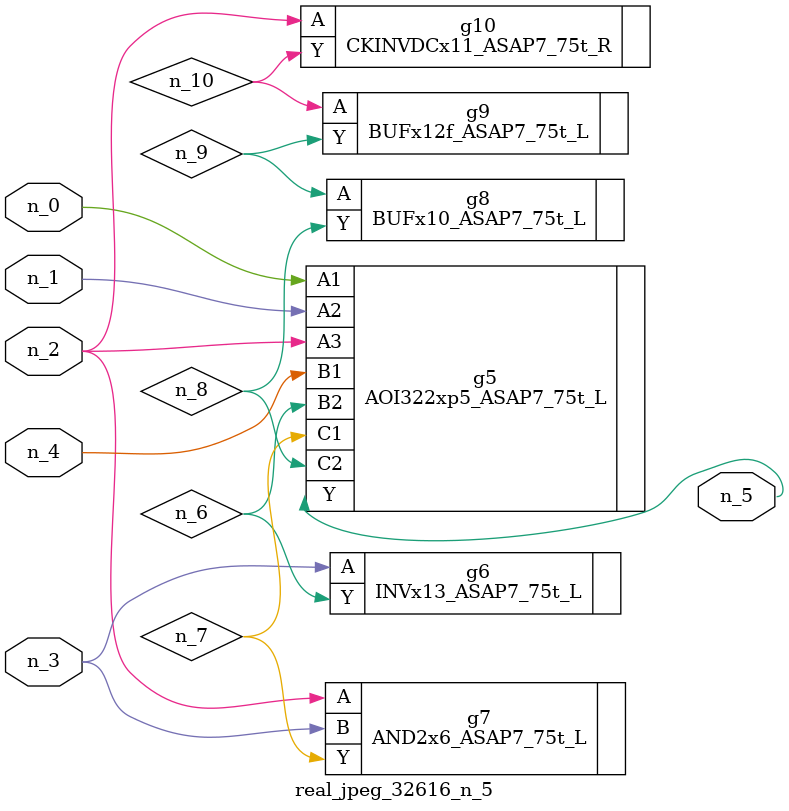
<source format=v>
module real_jpeg_32616_n_5 (n_4, n_0, n_1, n_2, n_3, n_5);

input n_4;
input n_0;
input n_1;
input n_2;
input n_3;

output n_5;

wire n_8;
wire n_6;
wire n_7;
wire n_10;
wire n_9;

AOI322xp5_ASAP7_75t_L g5 ( 
.A1(n_0),
.A2(n_1),
.A3(n_2),
.B1(n_4),
.B2(n_6),
.C1(n_7),
.C2(n_8),
.Y(n_5)
);

AND2x6_ASAP7_75t_L g7 ( 
.A(n_2),
.B(n_3),
.Y(n_7)
);

CKINVDCx11_ASAP7_75t_R g10 ( 
.A(n_2),
.Y(n_10)
);

INVx13_ASAP7_75t_L g6 ( 
.A(n_3),
.Y(n_6)
);

BUFx10_ASAP7_75t_L g8 ( 
.A(n_9),
.Y(n_8)
);

BUFx12f_ASAP7_75t_L g9 ( 
.A(n_10),
.Y(n_9)
);


endmodule
</source>
